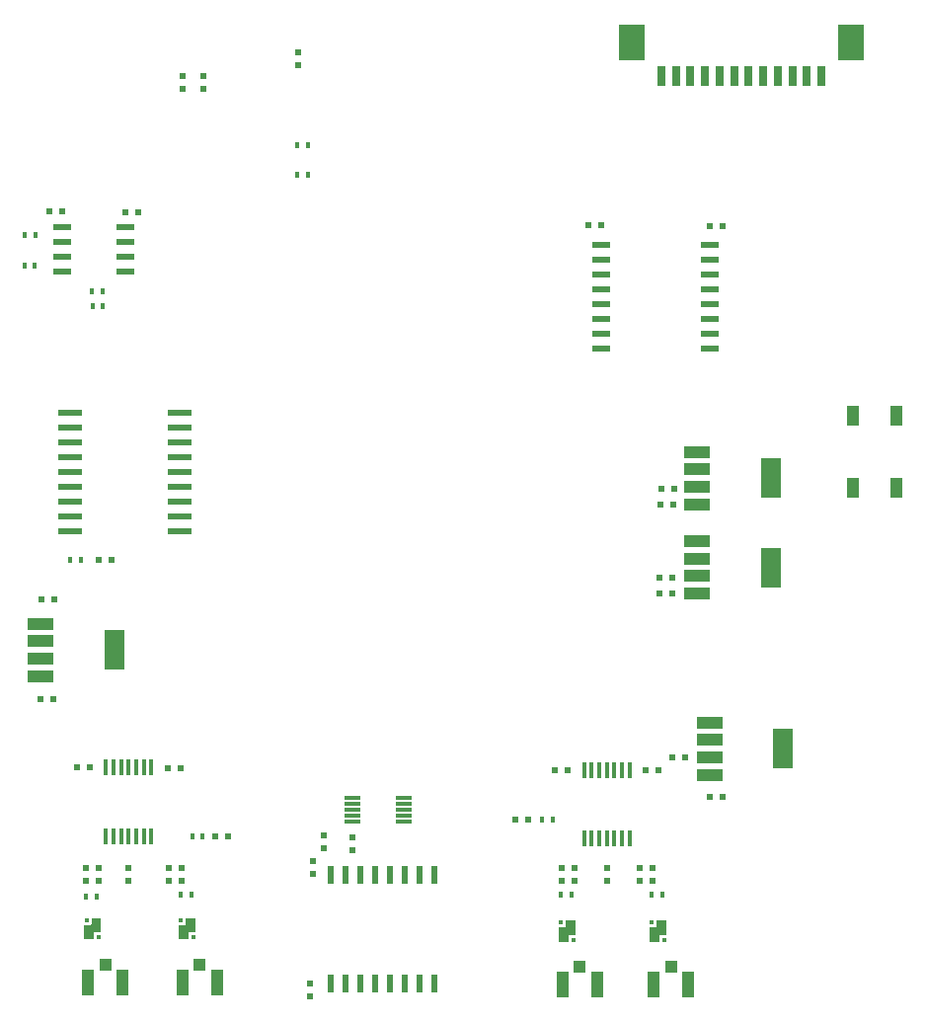
<source format=gbr>
G04 #@! TF.GenerationSoftware,KiCad,Pcbnew,(5.1.2)-2*
G04 #@! TF.CreationDate,2021-08-27T14:50:56-04:00*
G04 #@! TF.ProjectId,MAG_Plus,4d41475f-506c-4757-932e-6b696361645f,rev?*
G04 #@! TF.SameCoordinates,Original*
G04 #@! TF.FileFunction,Paste,Top*
G04 #@! TF.FilePolarity,Positive*
%FSLAX46Y46*%
G04 Gerber Fmt 4.6, Leading zero omitted, Abs format (unit mm)*
G04 Created by KiCad (PCBNEW (5.1.2)-2) date 2021-08-27 14:50:56*
%MOMM*%
%LPD*%
G04 APERTURE LIST*
%ADD10R,0.400000X0.600000*%
%ADD11R,1.550000X0.600000*%
%ADD12R,0.500000X0.600000*%
%ADD13R,0.600000X0.500000*%
%ADD14R,0.450000X1.450000*%
%ADD15R,1.050000X2.200000*%
%ADD16R,1.000000X1.050000*%
%ADD17C,0.800000*%
%ADD18C,0.100000*%
%ADD19R,0.350000X0.350000*%
%ADD20R,2.200000X3.100000*%
%ADD21R,0.800000X1.700000*%
%ADD22R,0.600000X1.500000*%
%ADD23R,1.500000X0.600000*%
%ADD24R,1.100000X1.800000*%
%ADD25R,2.000000X0.600000*%
%ADD26R,2.200000X1.000000*%
%ADD27R,1.800000X3.400000*%
%ADD28R,1.400000X0.300000*%
G04 APERTURE END LIST*
D10*
X70200000Y-56200000D03*
X71100000Y-56200000D03*
X71100000Y-58700000D03*
X70200000Y-58700000D03*
D11*
X55450000Y-63195000D03*
X55450000Y-64465000D03*
X55450000Y-65735000D03*
X55450000Y-67005000D03*
X50050000Y-67005000D03*
X50050000Y-65735000D03*
X50050000Y-64465000D03*
X50050000Y-63195000D03*
D10*
X46800000Y-66500000D03*
X47700000Y-66500000D03*
X47750000Y-63900000D03*
X46850000Y-63900000D03*
X53500000Y-68700000D03*
X52600000Y-68700000D03*
X52650000Y-70000000D03*
X53550000Y-70000000D03*
D12*
X60350000Y-50250000D03*
X60350000Y-51350000D03*
X62150000Y-51350000D03*
X62150000Y-50250000D03*
X70250000Y-48250000D03*
X70250000Y-49350000D03*
D13*
X48950000Y-61910000D03*
X50050000Y-61910000D03*
X55470000Y-61940000D03*
X56570000Y-61940000D03*
D14*
X94800000Y-109750000D03*
X95450000Y-109750000D03*
X96100000Y-109750000D03*
X96750000Y-109750000D03*
X97400000Y-109750000D03*
X98050000Y-109750000D03*
X98700000Y-109750000D03*
X98700000Y-115650000D03*
X98050000Y-115650000D03*
X97400000Y-115650000D03*
X96750000Y-115650000D03*
X96100000Y-115650000D03*
X95450000Y-115650000D03*
X94800000Y-115650000D03*
D15*
X92975000Y-128175000D03*
D16*
X94450000Y-126650000D03*
D15*
X95925000Y-128175000D03*
X103725000Y-128175000D03*
D16*
X102250000Y-126650000D03*
D15*
X100775000Y-128175000D03*
X52275000Y-127975000D03*
D16*
X53750000Y-126450000D03*
D15*
X55225000Y-127975000D03*
X63325000Y-127975000D03*
D16*
X61850000Y-126450000D03*
D15*
X60375000Y-127975000D03*
D13*
X88900000Y-114000000D03*
X90000000Y-114000000D03*
D12*
X96750000Y-119250000D03*
X96750000Y-118150000D03*
D13*
X63200000Y-115500000D03*
X64300000Y-115500000D03*
D12*
X55750000Y-118150000D03*
X55750000Y-119250000D03*
X92850000Y-119250000D03*
X92850000Y-118150000D03*
X93950000Y-118150000D03*
X93950000Y-119250000D03*
X99550000Y-119250000D03*
X99550000Y-118150000D03*
X100650000Y-118150000D03*
X100650000Y-119250000D03*
X52050000Y-118150000D03*
X52050000Y-119250000D03*
X53150000Y-119250000D03*
X53150000Y-118150000D03*
X59150000Y-118150000D03*
X59150000Y-119250000D03*
X60250000Y-119250000D03*
X60250000Y-118150000D03*
D13*
X93400000Y-109800000D03*
X92300000Y-109800000D03*
X101200000Y-109800000D03*
X100100000Y-109800000D03*
X51300000Y-109500000D03*
X52400000Y-109500000D03*
X59100000Y-109600000D03*
X60200000Y-109600000D03*
D10*
X93700000Y-120500000D03*
X92800000Y-120500000D03*
X101500000Y-120500000D03*
X100600000Y-120500000D03*
X53000000Y-120600000D03*
X52100000Y-120600000D03*
X61100000Y-120500000D03*
X60200000Y-120500000D03*
X91200000Y-114000000D03*
X92100000Y-114000000D03*
X62100000Y-115500000D03*
X61200000Y-115500000D03*
D14*
X53800000Y-109550000D03*
X54450000Y-109550000D03*
X55100000Y-109550000D03*
X55750000Y-109550000D03*
X56400000Y-109550000D03*
X57050000Y-109550000D03*
X57700000Y-109550000D03*
X57700000Y-115450000D03*
X57050000Y-115450000D03*
X56400000Y-115450000D03*
X55750000Y-115450000D03*
X55100000Y-115450000D03*
X54450000Y-115450000D03*
X53800000Y-115450000D03*
D17*
X93050000Y-123900000D03*
D18*
G36*
X94050975Y-122695096D02*
G01*
X94051913Y-122695381D01*
X94052778Y-122695843D01*
X94053536Y-122696464D01*
X94054157Y-122697222D01*
X94054619Y-122698087D01*
X94054904Y-122699025D01*
X94055000Y-122700000D01*
X94055000Y-123900000D01*
X94054904Y-123900975D01*
X94054619Y-123901913D01*
X94054157Y-123902778D01*
X94053536Y-123903536D01*
X94052778Y-123904157D01*
X94051913Y-123904619D01*
X94050975Y-123904904D01*
X94050000Y-123905000D01*
X93455000Y-123905000D01*
X93455000Y-124500000D01*
X93454904Y-124500975D01*
X93454619Y-124501913D01*
X93454157Y-124502778D01*
X93453536Y-124503536D01*
X93452778Y-124504157D01*
X93451913Y-124504619D01*
X93450975Y-124504904D01*
X93450000Y-124505000D01*
X92650000Y-124505000D01*
X92649025Y-124504904D01*
X92648087Y-124504619D01*
X92647222Y-124504157D01*
X92646464Y-124503536D01*
X92645843Y-124502778D01*
X92645381Y-124501913D01*
X92645096Y-124500975D01*
X92645000Y-124500000D01*
X92645000Y-123300000D01*
X92645096Y-123299025D01*
X92645381Y-123298087D01*
X92645843Y-123297222D01*
X92646464Y-123296464D01*
X92647222Y-123295843D01*
X92648087Y-123295381D01*
X92649025Y-123295096D01*
X92650000Y-123295000D01*
X93147928Y-123295000D01*
X93245000Y-123197928D01*
X93245000Y-122700000D01*
X93245096Y-122699025D01*
X93245381Y-122698087D01*
X93245843Y-122697222D01*
X93246464Y-122696464D01*
X93247222Y-122695843D01*
X93248087Y-122695381D01*
X93249025Y-122695096D01*
X93250000Y-122695000D01*
X94050000Y-122695000D01*
X94050975Y-122695096D01*
X94050975Y-122695096D01*
G37*
D19*
X92820000Y-122870000D03*
X93880000Y-124330000D03*
X53180000Y-124130000D03*
X52120000Y-122670000D03*
D17*
X52350000Y-123700000D03*
D18*
G36*
X53350975Y-122495096D02*
G01*
X53351913Y-122495381D01*
X53352778Y-122495843D01*
X53353536Y-122496464D01*
X53354157Y-122497222D01*
X53354619Y-122498087D01*
X53354904Y-122499025D01*
X53355000Y-122500000D01*
X53355000Y-123700000D01*
X53354904Y-123700975D01*
X53354619Y-123701913D01*
X53354157Y-123702778D01*
X53353536Y-123703536D01*
X53352778Y-123704157D01*
X53351913Y-123704619D01*
X53350975Y-123704904D01*
X53350000Y-123705000D01*
X52755000Y-123705000D01*
X52755000Y-124300000D01*
X52754904Y-124300975D01*
X52754619Y-124301913D01*
X52754157Y-124302778D01*
X52753536Y-124303536D01*
X52752778Y-124304157D01*
X52751913Y-124304619D01*
X52750975Y-124304904D01*
X52750000Y-124305000D01*
X51950000Y-124305000D01*
X51949025Y-124304904D01*
X51948087Y-124304619D01*
X51947222Y-124304157D01*
X51946464Y-124303536D01*
X51945843Y-124302778D01*
X51945381Y-124301913D01*
X51945096Y-124300975D01*
X51945000Y-124300000D01*
X51945000Y-123100000D01*
X51945096Y-123099025D01*
X51945381Y-123098087D01*
X51945843Y-123097222D01*
X51946464Y-123096464D01*
X51947222Y-123095843D01*
X51948087Y-123095381D01*
X51949025Y-123095096D01*
X51950000Y-123095000D01*
X52447928Y-123095000D01*
X52545000Y-122997928D01*
X52545000Y-122500000D01*
X52545096Y-122499025D01*
X52545381Y-122498087D01*
X52545843Y-122497222D01*
X52546464Y-122496464D01*
X52547222Y-122495843D01*
X52548087Y-122495381D01*
X52549025Y-122495096D01*
X52550000Y-122495000D01*
X53350000Y-122495000D01*
X53350975Y-122495096D01*
X53350975Y-122495096D01*
G37*
D17*
X60450000Y-123700000D03*
D18*
G36*
X61450975Y-122495096D02*
G01*
X61451913Y-122495381D01*
X61452778Y-122495843D01*
X61453536Y-122496464D01*
X61454157Y-122497222D01*
X61454619Y-122498087D01*
X61454904Y-122499025D01*
X61455000Y-122500000D01*
X61455000Y-123700000D01*
X61454904Y-123700975D01*
X61454619Y-123701913D01*
X61454157Y-123702778D01*
X61453536Y-123703536D01*
X61452778Y-123704157D01*
X61451913Y-123704619D01*
X61450975Y-123704904D01*
X61450000Y-123705000D01*
X60855000Y-123705000D01*
X60855000Y-124300000D01*
X60854904Y-124300975D01*
X60854619Y-124301913D01*
X60854157Y-124302778D01*
X60853536Y-124303536D01*
X60852778Y-124304157D01*
X60851913Y-124304619D01*
X60850975Y-124304904D01*
X60850000Y-124305000D01*
X60050000Y-124305000D01*
X60049025Y-124304904D01*
X60048087Y-124304619D01*
X60047222Y-124304157D01*
X60046464Y-124303536D01*
X60045843Y-124302778D01*
X60045381Y-124301913D01*
X60045096Y-124300975D01*
X60045000Y-124300000D01*
X60045000Y-123100000D01*
X60045096Y-123099025D01*
X60045381Y-123098087D01*
X60045843Y-123097222D01*
X60046464Y-123096464D01*
X60047222Y-123095843D01*
X60048087Y-123095381D01*
X60049025Y-123095096D01*
X60050000Y-123095000D01*
X60547928Y-123095000D01*
X60645000Y-122997928D01*
X60645000Y-122500000D01*
X60645096Y-122499025D01*
X60645381Y-122498087D01*
X60645843Y-122497222D01*
X60646464Y-122496464D01*
X60647222Y-122495843D01*
X60648087Y-122495381D01*
X60649025Y-122495096D01*
X60650000Y-122495000D01*
X61450000Y-122495000D01*
X61450975Y-122495096D01*
X61450975Y-122495096D01*
G37*
D19*
X60220000Y-122670000D03*
X61280000Y-124130000D03*
X101680000Y-124330000D03*
X100620000Y-122870000D03*
D17*
X100850000Y-123900000D03*
D18*
G36*
X101850975Y-122695096D02*
G01*
X101851913Y-122695381D01*
X101852778Y-122695843D01*
X101853536Y-122696464D01*
X101854157Y-122697222D01*
X101854619Y-122698087D01*
X101854904Y-122699025D01*
X101855000Y-122700000D01*
X101855000Y-123900000D01*
X101854904Y-123900975D01*
X101854619Y-123901913D01*
X101854157Y-123902778D01*
X101853536Y-123903536D01*
X101852778Y-123904157D01*
X101851913Y-123904619D01*
X101850975Y-123904904D01*
X101850000Y-123905000D01*
X101255000Y-123905000D01*
X101255000Y-124500000D01*
X101254904Y-124500975D01*
X101254619Y-124501913D01*
X101254157Y-124502778D01*
X101253536Y-124503536D01*
X101252778Y-124504157D01*
X101251913Y-124504619D01*
X101250975Y-124504904D01*
X101250000Y-124505000D01*
X100450000Y-124505000D01*
X100449025Y-124504904D01*
X100448087Y-124504619D01*
X100447222Y-124504157D01*
X100446464Y-124503536D01*
X100445843Y-124502778D01*
X100445381Y-124501913D01*
X100445096Y-124500975D01*
X100445000Y-124500000D01*
X100445000Y-123300000D01*
X100445096Y-123299025D01*
X100445381Y-123298087D01*
X100445843Y-123297222D01*
X100446464Y-123296464D01*
X100447222Y-123295843D01*
X100448087Y-123295381D01*
X100449025Y-123295096D01*
X100450000Y-123295000D01*
X100947928Y-123295000D01*
X101045000Y-123197928D01*
X101045000Y-122700000D01*
X101045096Y-122699025D01*
X101045381Y-122698087D01*
X101045843Y-122697222D01*
X101046464Y-122696464D01*
X101047222Y-122695843D01*
X101048087Y-122695381D01*
X101049025Y-122695096D01*
X101050000Y-122695000D01*
X101850000Y-122695000D01*
X101850975Y-122695096D01*
X101850975Y-122695096D01*
G37*
D20*
X98925000Y-47410000D03*
X117675000Y-47410000D03*
D21*
X101425000Y-50310000D03*
X102675000Y-50310000D03*
X103925000Y-50310000D03*
X105175000Y-50310000D03*
X106425000Y-50310000D03*
X107675000Y-50310000D03*
X108925000Y-50310000D03*
X110175000Y-50310000D03*
X111425000Y-50310000D03*
X112675000Y-50310000D03*
X113925000Y-50310000D03*
X115175000Y-50310000D03*
D22*
X73105000Y-118750000D03*
X74375000Y-118750000D03*
X75645000Y-118750000D03*
X76915000Y-118750000D03*
X78185000Y-118750000D03*
X79455000Y-118750000D03*
X80725000Y-118750000D03*
X81995000Y-118750000D03*
X81995000Y-128050000D03*
X80725000Y-128050000D03*
X79455000Y-128050000D03*
X78185000Y-128050000D03*
X76915000Y-128050000D03*
X75645000Y-128050000D03*
X74375000Y-128050000D03*
X73105000Y-128050000D03*
D23*
X105600000Y-64755000D03*
X105600000Y-66025000D03*
X105600000Y-67295000D03*
X105600000Y-68565000D03*
X105600000Y-69835000D03*
X105600000Y-71105000D03*
X105600000Y-72375000D03*
X105600000Y-73645000D03*
X96300000Y-73645000D03*
X96300000Y-72375000D03*
X96300000Y-71105000D03*
X96300000Y-69835000D03*
X96300000Y-68565000D03*
X96300000Y-67295000D03*
X96300000Y-66025000D03*
X96300000Y-64755000D03*
D12*
X74960000Y-116660000D03*
X74960000Y-115560000D03*
X72460000Y-115390000D03*
X72460000Y-116490000D03*
X71590000Y-118640000D03*
X71590000Y-117540000D03*
X71280000Y-129160000D03*
X71280000Y-128060000D03*
D13*
X106680000Y-63180000D03*
X105580000Y-63180000D03*
X96240000Y-63030000D03*
X95140000Y-63030000D03*
X53160000Y-91730000D03*
X54260000Y-91730000D03*
D10*
X51650000Y-91750000D03*
X50750000Y-91750000D03*
D24*
X121590000Y-79390000D03*
X121590000Y-85590000D03*
X117890000Y-79390000D03*
X117890000Y-85590000D03*
D25*
X50680000Y-89270000D03*
X50680000Y-88000000D03*
X50680000Y-86730000D03*
X50680000Y-85460000D03*
X50680000Y-84190000D03*
X50680000Y-82920000D03*
X50680000Y-81650000D03*
X50680000Y-80380000D03*
X50680000Y-79110000D03*
X60080000Y-79110000D03*
X60080000Y-80380000D03*
X60080000Y-81650000D03*
X60080000Y-82920000D03*
X60080000Y-84190000D03*
X60080000Y-85460000D03*
X60080000Y-86730000D03*
X60080000Y-88000000D03*
X60080000Y-89270000D03*
D13*
X101300000Y-94650000D03*
X102400000Y-94650000D03*
X102400000Y-93250000D03*
X101300000Y-93250000D03*
X101350000Y-87050000D03*
X102450000Y-87050000D03*
X102500000Y-85700000D03*
X101400000Y-85700000D03*
X106660000Y-112070000D03*
X105560000Y-112070000D03*
X102350000Y-108720000D03*
X103450000Y-108720000D03*
X48210000Y-103680000D03*
X49310000Y-103680000D03*
X48260000Y-95170000D03*
X49360000Y-95170000D03*
D26*
X104500000Y-94650000D03*
X104500000Y-91650000D03*
D27*
X110800000Y-92400000D03*
D26*
X104500000Y-93150000D03*
X104500000Y-90150000D03*
X104500000Y-82500000D03*
X104500000Y-85500000D03*
D27*
X110800000Y-84750000D03*
D26*
X104500000Y-84000000D03*
X104500000Y-87000000D03*
X105560000Y-110200000D03*
X105560000Y-107200000D03*
D27*
X111860000Y-107950000D03*
D26*
X105560000Y-108700000D03*
X105560000Y-105700000D03*
X48220000Y-97220000D03*
X48220000Y-100220000D03*
D27*
X54520000Y-99470000D03*
D26*
X48220000Y-98720000D03*
X48220000Y-101720000D03*
D28*
X79370000Y-112160000D03*
X79370000Y-112660000D03*
X79370000Y-113160000D03*
X79370000Y-113660000D03*
X79370000Y-114160000D03*
X74970000Y-114160000D03*
X74970000Y-113660000D03*
X74970000Y-113160000D03*
X74970000Y-112660000D03*
X74970000Y-112160000D03*
M02*

</source>
